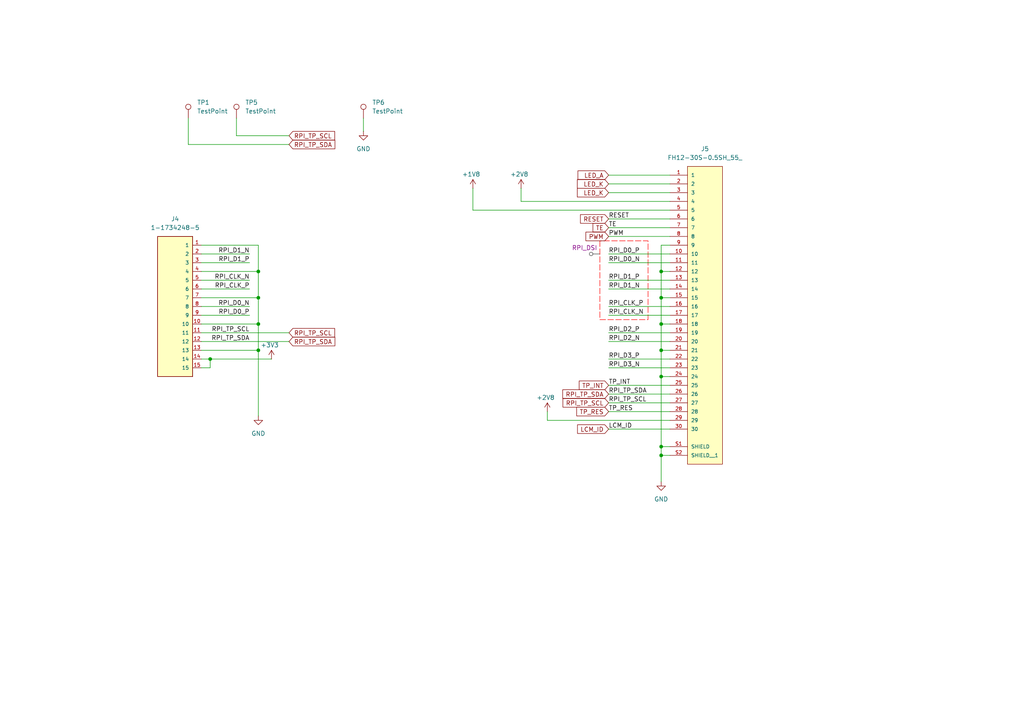
<source format=kicad_sch>
(kicad_sch (version 20250114) (generator "eeschema") (generator_version "9.0")
  (paper "A4")
  (lib_symbols
    (symbol "1-1734248-5:1-1734248-5" (pin_names (offset 1.016))
      (property "Reference" "J" (at -5.08 20.955 0))
      (property "Value" "1-1734248-5" (at -5.08 -22.86 0))
      (symbol "1-1734248-5_0_0"
        (rectangle (start -5.08 -20.32) (end 5.08 20.32) (stroke (width 0.2032)) (fill (type background)))
        (pin passive line (at -7.62 17.78 0) (length 2.54) (name "1") (number "1"))
        (pin passive line (at -7.62 17.78 0) (length 2.54) (hide yes) (name "1") (number "1_1"))
        (pin passive line (at -7.62 15.24 0) (length 2.54) (name "2") (number "2"))
        (pin passive line (at -7.62 15.24 0) (length 2.54) (hide yes) (name "2") (number "2_1"))
        (pin passive line (at -7.62 12.7 0) (length 2.54) (name "3") (number "3"))
        (pin passive line (at -7.62 12.7 0) (length 2.54) (hide yes) (name "3") (number "3_1"))
        (pin passive line (at -7.62 10.16 0) (length 2.54) (name "4") (number "4"))
        (pin passive line (at -7.62 10.16 0) (length 2.54) (hide yes) (name "4") (number "4_1"))
        (pin passive line (at -7.62 7.62 0) (length 2.54) (name "5") (number "5"))
        (pin passive line (at -7.62 7.62 0) (length 2.54) (hide yes) (name "5") (number "5_1"))
        (pin passive line (at -7.62 5.08 0) (length 2.54) (name "6") (number "6"))
        (pin passive line (at -7.62 5.08 0) (length 2.54) (hide yes) (name "6") (number "6_1"))
        (pin passive line (at -7.62 2.54 0) (length 2.54) (name "7") (number "7"))
        (pin passive line (at -7.62 2.54 0) (length 2.54) (hide yes) (name "7") (number "7_1"))
        (pin passive line (at -7.62 0 0) (length 2.54) (name "8") (number "8"))
        (pin passive line (at -7.62 0 0) (length 2.54) (hide yes) (name "8") (number "8_1"))
        (pin passive line (at -7.62 -2.54 0) (length 2.54) (name "9") (number "9"))
        (pin passive line (at -7.62 -2.54 0) (length 2.54) (hide yes) (name "9") (number "9_1"))
        (pin passive line (at -7.62 -5.08 0) (length 2.54) (name "10") (number "10"))
        (pin passive line (at -7.62 -5.08 0) (length 2.54) (hide yes) (name "10") (number "10_1"))
        (pin passive line (at -7.62 -7.62 0) (length 2.54) (name "11") (number "11"))
        (pin passive line (at -7.62 -7.62 0) (length 2.54) (hide yes) (name "11") (number "11_1"))
        (pin passive line (at -7.62 -10.16 0) (length 2.54) (name "12") (number "12"))
        (pin passive line (at -7.62 -10.16 0) (length 2.54) (hide yes) (name "12") (number "12_1"))
        (pin passive line (at -7.62 -12.7 0) (length 2.54) (name "13") (number "13"))
        (pin passive line (at -7.62 -12.7 0) (length 2.54) (hide yes) (name "13") (number "13_1"))
        (pin passive line (at -7.62 -15.24 0) (length 2.54) (name "14") (number "14"))
        (pin passive line (at -7.62 -15.24 0) (length 2.54) (hide yes) (name "14") (number "14_1"))
        (pin passive line (at -7.62 -17.78 0) (length 2.54) (name "15") (number "15"))
        (pin passive line (at -7.62 -17.78 0) (length 2.54) (hide yes) (name "15") (number "15_1"))
      )
    )
    (symbol "Connector:TestPoint" (pin_numbers (hide yes)) (pin_names (offset 0.762) (hide yes))
      (property "Reference" "TP" (at 0 6.858 0))
      (property "Value" "TestPoint" (at 0 5.08 0))
      (symbol "TestPoint_0_1"
        (circle (center 0 3.302) (radius 0.762))
      )
      (symbol "TestPoint_1_1"
        (pin passive line (at 0 0 90) (length 2.54) (name "1") (number "1"))
      )
    )
    (symbol "FH12-30S-0.5SH_55_:FH12-30S-0.5SH_55_" (pin_names (offset 1.016))
      (property "Reference" "J" (at -5.1031 41.2766 0))
      (property "Value" "FH12-30S-0.5SH_55_" (at -5.0944 -48.3335 0))
      (symbol "FH12-30S-0.5SH_55__0_0"
        (rectangle (start -5.08 -45.72) (end 5.08 40.64) (stroke (width 0.1524)) (fill (type background)))
        (pin passive line (at 10.16 38.1 180) (length 5.08) (name "1") (number "1"))
        (pin passive line (at 10.16 35.56 180) (length 5.08) (name "2") (number "2"))
        (pin passive line (at 10.16 33.02 180) (length 5.08) (name "3") (number "3"))
        (pin passive line (at 10.16 30.48 180) (length 5.08) (name "4") (number "4"))
        (pin passive line (at 10.16 27.94 180) (length 5.08) (name "5") (number "5"))
        (pin passive line (at 10.16 25.4 180) (length 5.08) (name "6") (number "6"))
        (pin passive line (at 10.16 22.86 180) (length 5.08) (name "7") (number "7"))
        (pin passive line (at 10.16 20.32 180) (length 5.08) (name "8") (number "8"))
        (pin passive line (at 10.16 17.78 180) (length 5.08) (name "9") (number "9"))
        (pin passive line (at 10.16 15.24 180) (length 5.08) (name "10") (number "10"))
        (pin passive line (at 10.16 12.7 180) (length 5.08) (name "11") (number "11"))
        (pin passive line (at 10.16 10.16 180) (length 5.08) (name "12") (number "12"))
        (pin passive line (at 10.16 7.62 180) (length 5.08) (name "13") (number "13"))
        (pin passive line (at 10.16 5.08 180) (length 5.08) (name "14") (number "14"))
        (pin passive line (at 10.16 2.54 180) (length 5.08) (name "15") (number "15"))
        (pin passive line (at 10.16 0 180) (length 5.08) (name "16") (number "16"))
        (pin passive line (at 10.16 -2.54 180) (length 5.08) (name "17") (number "17"))
        (pin passive line (at 10.16 -5.08 180) (length 5.08) (name "18") (number "18"))
        (pin passive line (at 10.16 -7.62 180) (length 5.08) (name "19") (number "19"))
        (pin passive line (at 10.16 -10.16 180) (length 5.08) (name "20") (number "20"))
        (pin passive line (at 10.16 -12.7 180) (length 5.08) (name "21") (number "21"))
        (pin passive line (at 10.16 -15.24 180) (length 5.08) (name "22") (number "22"))
        (pin passive line (at 10.16 -17.78 180) (length 5.08) (name "23") (number "23"))
        (pin passive line (at 10.16 -20.32 180) (length 5.08) (name "24") (number "24"))
        (pin passive line (at 10.16 -22.86 180) (length 5.08) (name "25") (number "25"))
        (pin passive line (at 10.16 -25.4 180) (length 5.08) (name "26") (number "26"))
        (pin passive line (at 10.16 -27.94 180) (length 5.08) (name "27") (number "27"))
        (pin passive line (at 10.16 -30.48 180) (length 5.08) (name "28") (number "28"))
        (pin passive line (at 10.16 -33.02 180) (length 5.08) (name "29") (number "29"))
        (pin passive line (at 10.16 -35.56 180) (length 5.08) (name "30") (number "30"))
        (pin passive line (at 10.16 -40.64 180) (length 5.08) (name "SHIELD") (number "S1"))
        (pin passive line (at 10.16 -43.18 180) (length 5.08) (name "SHIELD__1") (number "S2"))
      )
    )
    (symbol "power:GND" (power) (pin_numbers (hide yes)) (pin_names (offset 0) (hide yes))
      (property "Value" "GND" (at 0 -3.81 0))
      (symbol "GND_0_1"
        (polyline (pts (xy 0 0) (xy 0 -1.27) (xy 1.27 -1.27) (xy 0 -2.54) (xy -1.27 -1.27) (xy 0 -1.27)))
      )
      (symbol "GND_1_1"
        (pin power_in line (at 0 0 270) (length 0) (name "~") (number "1"))
      )
    )
    (symbol "power:VCC" (power) (pin_numbers (hide yes)) (pin_names (offset 0) (hide yes))
      (property "Value" "VCC" (at 0 3.556 0))
      (symbol "VCC_0_1"
        (polyline (pts (xy -0.762 1.27) (xy 0 2.54)))
        (polyline (pts (xy 0 2.54) (xy 0.762 1.27)))
        (polyline (pts (xy 0 0) (xy 0 2.54)))
      )
      (symbol "VCC_1_1"
        (pin power_in line (at 0 0 90) (length 0) (name "~") (number "1"))
      )
    )
  )
  (junction (at 74.93 93.98))
  (junction (at 191.77 86.36))
  (junction (at 191.77 129.54))
  (junction (at 191.77 78.74))
  (junction (at 74.93 101.6))
  (junction (at 191.77 93.98))
  (junction (at 191.77 109.22))
  (junction (at 60.96 104.14))
  (junction (at 191.77 132.08))
  (junction (at 191.77 101.6))
  (junction (at 74.93 86.36))
  (junction (at 74.93 78.74))
  (wire (pts (xy 176.53 91.44) (xy 194.31 91.44)))
  (wire (pts (xy 176.53 50.8) (xy 194.31 50.8)))
  (wire (pts (xy 176.53 81.28) (xy 194.31 81.28)))
  (wire (pts (xy 176.53 106.68) (xy 194.31 106.68)))
  (wire (pts (xy 191.77 78.74) (xy 194.31 78.74)))
  (wire (pts (xy 58.42 73.66) (xy 72.39 73.66)))
  (wire (pts (xy 191.77 86.36) (xy 194.31 86.36)))
  (wire (pts (xy 176.53 73.66) (xy 194.31 73.66)))
  (wire (pts (xy 191.77 86.36) (xy 191.77 93.98)))
  (wire (pts (xy 176.53 111.76) (xy 194.31 111.76)))
  (wire (pts (xy 176.53 53.34) (xy 194.31 53.34)))
  (wire (pts (xy 158.75 121.92) (xy 194.31 121.92)))
  (wire (pts (xy 176.53 119.38) (xy 194.31 119.38)))
  (wire (pts (xy 58.42 99.06) (xy 83.82 99.06)))
  (wire (pts (xy 68.58 39.37) (xy 83.82 39.37)))
  (wire (pts (xy 191.77 129.54) (xy 191.77 132.08)))
  (wire (pts (xy 194.31 71.12) (xy 191.77 71.12)))
  (wire (pts (xy 191.77 132.08) (xy 194.31 132.08)))
  (wire (pts (xy 58.42 88.9) (xy 72.39 88.9)))
  (wire (pts (xy 176.53 114.3) (xy 194.31 114.3)))
  (wire (pts (xy 58.42 83.82) (xy 72.39 83.82)))
  (wire (pts (xy 151.13 58.42) (xy 194.31 58.42)))
  (wire (pts (xy 176.53 104.14) (xy 194.31 104.14)))
  (wire (pts (xy 74.93 101.6) (xy 74.93 120.65)))
  (wire (pts (xy 74.93 93.98) (xy 74.93 101.6)))
  (wire (pts (xy 137.16 60.96) (xy 194.31 60.96)))
  (wire (pts (xy 176.53 68.58) (xy 194.31 68.58)))
  (wire (pts (xy 58.42 101.6) (xy 74.93 101.6)))
  (wire (pts (xy 191.77 101.6) (xy 191.77 109.22)))
  (wire (pts (xy 54.61 41.91) (xy 83.82 41.91)))
  (wire (pts (xy 176.53 83.82) (xy 194.31 83.82)))
  (wire (pts (xy 74.93 71.12) (xy 74.93 78.74)))
  (wire (pts (xy 158.75 119.38) (xy 158.75 121.92)))
  (wire (pts (xy 60.96 104.14) (xy 78.74 104.14)))
  (wire (pts (xy 58.42 91.44) (xy 72.39 91.44)))
  (wire (pts (xy 176.53 76.2) (xy 194.31 76.2)))
  (wire (pts (xy 176.53 63.5) (xy 194.31 63.5)))
  (wire (pts (xy 176.53 96.52) (xy 194.31 96.52)))
  (wire (pts (xy 58.42 81.28) (xy 72.39 81.28)))
  (wire (pts (xy 54.61 34.29) (xy 54.61 41.91)))
  (wire (pts (xy 191.77 93.98) (xy 191.77 101.6)))
  (wire (pts (xy 194.31 93.98) (xy 191.77 93.98)))
  (wire (pts (xy 176.53 124.46) (xy 194.31 124.46)))
  (wire (pts (xy 58.42 86.36) (xy 74.93 86.36)))
  (wire (pts (xy 191.77 132.08) (xy 191.77 139.7)))
  (wire (pts (xy 58.42 106.68) (xy 60.96 106.68)))
  (wire (pts (xy 191.77 109.22) (xy 191.77 129.54)))
  (wire (pts (xy 176.53 55.88) (xy 194.31 55.88)))
  (wire (pts (xy 191.77 78.74) (xy 191.77 86.36)))
  (wire (pts (xy 151.13 54.61) (xy 151.13 58.42)))
  (wire (pts (xy 58.42 71.12) (xy 74.93 71.12)))
  (wire (pts (xy 176.53 116.84) (xy 194.31 116.84)))
  (wire (pts (xy 105.41 34.29) (xy 105.41 38.1)))
  (wire (pts (xy 60.96 104.14) (xy 60.96 106.68)))
  (wire (pts (xy 191.77 129.54) (xy 194.31 129.54)))
  (wire (pts (xy 191.77 101.6) (xy 194.31 101.6)))
  (wire (pts (xy 74.93 86.36) (xy 74.93 93.98)))
  (wire (pts (xy 74.93 78.74) (xy 74.93 86.36)))
  (wire (pts (xy 58.42 93.98) (xy 74.93 93.98)))
  (wire (pts (xy 176.53 99.06) (xy 194.31 99.06)))
  (wire (pts (xy 58.42 78.74) (xy 74.93 78.74)))
  (wire (pts (xy 191.77 71.12) (xy 191.77 78.74)))
  (wire (pts (xy 176.53 66.04) (xy 194.31 66.04)))
  (wire (pts (xy 58.42 76.2) (xy 72.39 76.2)))
  (wire (pts (xy 68.58 39.37) (xy 68.58 34.29)))
  (wire (pts (xy 58.42 104.14) (xy 60.96 104.14)))
  (wire (pts (xy 58.42 96.52) (xy 83.82 96.52)))
  (wire (pts (xy 137.16 54.61) (xy 137.16 60.96)))
  (wire (pts (xy 176.53 88.9) (xy 194.31 88.9)))
  (wire (pts (xy 191.77 109.22) (xy 194.31 109.22)))
  (label "TP_INT" (at 176.53 111.76 0))
  (label "RPI_TP_SCL" (at 176.53 116.84 0))
  (label "RPI_D2_P" (at 176.53 96.52 0))
  (label "RPI_D0_N" (at 176.53 76.2 0))
  (label "RPI_CLK_N" (at 72.39 81.28 180))
  (label "LCM_ID" (at 176.53 124.46 0))
  (label "RPI_CLK_P" (at 72.39 83.82 180))
  (label "RESET" (at 176.53 63.5 0))
  (label "TP_RES" (at 176.53 119.38 0))
  (label "TE" (at 176.53 66.04 0))
  (label "RPI_D0_P" (at 72.39 91.44 180))
  (label "RPI_D0_P" (at 176.53 73.66 0))
  (label "RPI_D2_N" (at 176.53 99.06 0))
  (label "RPI_CLK_P" (at 176.53 88.9 0))
  (label "RPI_D1_N" (at 176.53 83.82 0))
  (label "RPI_TP_SDA" (at 176.53 114.3 0))
  (label "RPI_D0_N" (at 72.39 88.9 180))
  (label "RPI_TP_SCL" (at 72.39 96.52 180))
  (label "RPI_TP_SDA" (at 72.39 99.06 180))
  (label "RPI_D3_P" (at 176.53 104.14 0))
  (label "PWM" (at 176.53 68.58 0))
  (label "RPI_D1_P" (at 176.53 81.28 0))
  (label "RPI_D1_P" (at 72.39 76.2 180))
  (label "RPI_CLK_N" (at 176.53 91.44 0))
  (label "RPI_D1_N" (at 72.39 73.66 180))
  (label "RPI_D3_N" (at 176.53 106.68 0))
  (global_label "RPI_TP_SCL" (shape input) (at 83.82 96.52 0) (property "Intersheetrefs" "${INTERSHEET_REFS}" (effects (hide yes))))
  (global_label " LED_K" (shape input) (at 176.53 53.34 180) (property "Intersheetrefs" "${INTERSHEET_REFS}" (effects (hide yes))))
  (global_label "RPI_TP_SDA" (shape input) (at 83.82 99.06 0) (property "Intersheetrefs" "${INTERSHEET_REFS}" (effects (hide yes))))
  (global_label "RPI_TP_SDA" (shape input) (at 83.82 41.91 0) (property "Intersheetrefs" "${INTERSHEET_REFS}" (effects (hide yes))))
  (global_label "TP_RES" (shape input) (at 176.53 119.38 180) (property "Intersheetrefs" "${INTERSHEET_REFS}" (effects (hide yes))))
  (global_label "PWM" (shape input) (at 176.53 68.58 180) (property "Intersheetrefs" "${INTERSHEET_REFS}" (effects (hide yes))))
  (global_label "LCM_ID" (shape input) (at 176.53 124.46 180) (property "Intersheetrefs" "${INTERSHEET_REFS}" (effects (hide yes))))
  (global_label "TP_INT" (shape input) (at 176.53 111.76 180) (property "Intersheetrefs" "${INTERSHEET_REFS}" (effects (hide yes))))
  (global_label "RPI_TP_SCL" (shape input) (at 176.53 116.84 180) (property "Intersheetrefs" "${INTERSHEET_REFS}" (effects (hide yes))))
  (global_label "RPI_TP_SCL" (shape input) (at 83.82 39.37 0) (property "Intersheetrefs" "${INTERSHEET_REFS}" (effects (hide yes))))
  (global_label " LED_A" (shape input) (at 176.53 50.8 180) (property "Intersheetrefs" "${INTERSHEET_REFS}" (effects (hide yes))))
  (global_label " LED_K" (shape input) (at 176.53 55.88 180) (property "Intersheetrefs" "${INTERSHEET_REFS}" (effects (hide yes))))
  (global_label "RESET" (shape input) (at 176.53 63.5 180) (property "Intersheetrefs" "${INTERSHEET_REFS}" (effects (hide yes))))
  (global_label "RPI_TP_SDA" (shape input) (at 176.53 114.3 180) (property "Intersheetrefs" "${INTERSHEET_REFS}" (effects (hide yes))))
  (global_label "TE" (shape input) (at 176.53 66.04 180) (property "Intersheetrefs" "${INTERSHEET_REFS}" (effects (hide yes))))
  (rule_area (polyline (pts (xy 173.99 69.85) (xy 173.99 92.71) (xy 187.96 92.71) (xy 187.96 69.85)) (stroke (width 0) (type dash))))
  (netclass_flag "" (length 2.54) (shape round) (at 173.99 73.66 90) (property "Netclass" "RPI_DSI" (at 165.862 71.882 0) (effects (justify left))))
  (symbol (lib_id "Connector:TestPoint") (at 68.58 34.29 0) (unit 1)
    (property "Reference" "TP5" (at 71.12 29.7179 0) (effects (justify left)))
    (property "Value" "TestPoint" (at 71.12 32.2579 0) (effects (justify left)))
    (property "Footprint" "TestPoint:TestPoint_Pad_D1.0mm" (effects (hide yes)))
    (property "Description" "test point" (effects (hide yes)))
  )
  (symbol (lib_id "power:GND") (at 105.41 38.1 0) (unit 1)
    (property "Reference" "#PWR034" (effects (hide yes)))
    (property "Value" "GND" (at 105.41 43.18 0))
    (property "Description" "Power symbol creates a global label with name \"GND\" , ground" (effects (hide yes)))
  )
  (symbol (lib_id "Connector:TestPoint") (at 54.61 34.29 0) (unit 1)
    (property "Reference" "TP1" (at 57.15 29.7179 0) (effects (justify left)))
    (property "Value" "TestPoint" (at 57.15 32.2579 0) (effects (justify left)))
    (property "Footprint" "TestPoint:TestPoint_Pad_D1.0mm" (effects (hide yes)))
    (property "Description" "test point" (effects (hide yes)))
  )
  (symbol (lib_id "power:GND") (at 74.93 120.65 0) (unit 1)
    (property "Reference" "#PWR033" (effects (hide yes)))
    (property "Value" "GND" (at 74.93 125.73 0))
    (property "Description" "Power symbol creates a global label with name \"GND\" , ground" (effects (hide yes)))
  )
  (symbol (lib_id "power:GND") (at 191.77 139.7 0) (unit 1)
    (property "Reference" "#PWR031" (effects (hide yes)))
    (property "Value" "GND" (at 191.77 144.78 0))
    (property "Description" "Power symbol creates a global label with name \"GND\" , ground" (effects (hide yes)))
  )
  (symbol (lib_id "Connector:TestPoint") (at 105.41 34.29 0) (unit 1)
    (property "Reference" "TP6" (at 107.95 29.7179 0) (effects (justify left)))
    (property "Value" "TestPoint" (at 107.95 32.2579 0) (effects (justify left)))
    (property "Footprint" "TestPoint:TestPoint_Pad_D1.0mm" (effects (hide yes)))
    (property "Description" "test point" (effects (hide yes)))
  )
  (symbol (lib_id "1-1734248-5:1-1734248-5") (at 50.8 88.9 0) (mirror y) (unit 1)
    (property "Reference" "J4" (at 50.8 63.5 0))
    (property "Value" "1-1734248-5" (at 50.8 66.04 0))
    (property "Footprint" "lib:TE_1-1734248-5" (effects (hide yes)))
    (property "Description" "Conn FPC Connector SKT 15 POS 1mm Solder ST SMD T/R" (effects (hide yes)))
    (property "COMMENT" "1-1734248-5" (effects (hide yes)))
    (property "Comment" "1-1734248-5" (effects (hide yes)))
    (property "Check_prices" "https://www.snapeda.com/parts/1-1734248-5/TE+Connectivity+AMP+Connectors/view-part/?ref=eda" (effects (hide yes)))
    (property "MF" "TE Connectivity" (effects (hide yes)))
    (property "DESCRIPTION" "Conn FPC Connector SKT 15 POS 1mm Solder ST SMD T/R" (effects (hide yes)))
    (property "PACKAGE" "None" (effects (hide yes)))
    (property "PRICE" "None" (effects (hide yes)))
    (property "Package" "None" (effects (hide yes)))
    (property "TE_PURCHASE_URL" "https://www.te.com/usa-en/product-1-1734248-5.html?te_bu=Cor&te_type=disp&te_campaign=seda_glo_cor-seda-global-disp-prtnr-fy19-seda-model-bom-cta_sma-317_1&elqCampaignId=32493" (effects (hide yes)))
    (property "Availability" "In Stock" (effects (hide yes)))
    (property "STANDARD" "Manufacturer Recommendations" (effects (hide yes)))
    (property "PARTREV" "E1" (effects (hide yes)))
    (property "SnapEDA_Link" "https://www.snapeda.com/parts/1-1734248-5/TE+Connectivity+AMP+Connectors/view-part/?ref=snap" (effects (hide yes)))
    (property "MP" "1-1734248-5" (effects (hide yes)))
    (property "Price" "None" (effects (hide yes)))
    (property "EU_ROHS_COMPLIANCE" "Compliant" (effects (hide yes)))
    (property "Description_1" "15 Position FPC Connector Contacts, Vertical - 1 Sided 0.039 (1.00mm) Surface Mount" (effects (hide yes)))
    (property "AVAILABILITY" "Unavailable" (effects (hide yes)))
    (property "MANUFACTURER" "TE Connectivity" (effects (hide yes)))
  )
  (symbol (lib_id "power:VCC") (at 137.16 54.61 0) (unit 1)
    (property "Reference" "#PWR028" (effects (hide yes)))
    (property "Value" "+1V8" (at 136.652 50.546 0))
    (property "Description" "Power symbol creates a global label with name \"VCC\"" (effects (hide yes)))
  )
  (symbol (lib_id "power:VCC") (at 151.13 54.61 0) (unit 1)
    (property "Reference" "#PWR030" (effects (hide yes)))
    (property "Value" "+2V8" (at 150.622 50.546 0))
    (property "Description" "Power symbol creates a global label with name \"VCC\"" (effects (hide yes)))
  )
  (symbol (lib_id "power:VCC") (at 158.75 119.38 0) (unit 1)
    (property "Reference" "#PWR029" (effects (hide yes)))
    (property "Value" "+2V8" (at 158.242 115.316 0))
    (property "Description" "Power symbol creates a global label with name \"VCC\"" (effects (hide yes)))
  )
  (symbol (lib_id "power:VCC") (at 78.74 104.14 0) (unit 1)
    (property "Reference" "#PWR032" (effects (hide yes)))
    (property "Value" "+3V3" (at 78.232 100.076 0))
    (property "Description" "Power symbol creates a global label with name \"VCC\"" (effects (hide yes)))
  )
  (symbol (lib_id "FH12-30S-0.5SH_55_:FH12-30S-0.5SH_55_") (at 204.47 88.9 0) (mirror y) (unit 1)
    (property "Reference" "J5" (at 204.47 43.18 0))
    (property "Value" "FH12-30S-0.5SH_55_" (at 204.47 45.72 0))
    (property "Footprint" "lib:HIROSE_FH12-30S-0.5SH_55_" (effects (hide yes)))
    (property "STANDARD" "Manufacturer Recommendation" (effects (hide yes)))
    (property "MANUFACTURER" "Hirose" (effects (hide yes)))
  )
)
</source>
